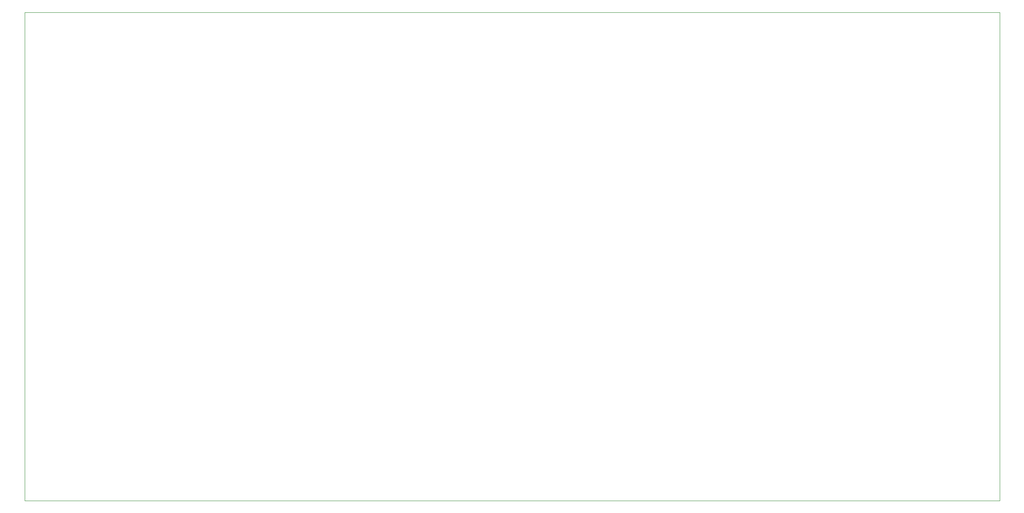
<source format=gbr>
%TF.GenerationSoftware,KiCad,Pcbnew,(7.0.0)*%
%TF.CreationDate,2023-03-30T12:23:11-04:00*%
%TF.ProjectId,headunit_pi4,68656164-756e-4697-945f-7069342e6b69,rev?*%
%TF.SameCoordinates,Original*%
%TF.FileFunction,Profile,NP*%
%FSLAX46Y46*%
G04 Gerber Fmt 4.6, Leading zero omitted, Abs format (unit mm)*
G04 Created by KiCad (PCBNEW (7.0.0)) date 2023-03-30 12:23:11*
%MOMM*%
%LPD*%
G01*
G04 APERTURE LIST*
%TA.AperFunction,Profile*%
%ADD10C,0.100000*%
%TD*%
G04 APERTURE END LIST*
D10*
X30700000Y-66500000D02*
X224400000Y-66500000D01*
X224400000Y-66500000D02*
X224400000Y-163600000D01*
X224400000Y-163600000D02*
X30700000Y-163600000D01*
X30700000Y-163600000D02*
X30700000Y-66500000D01*
M02*

</source>
